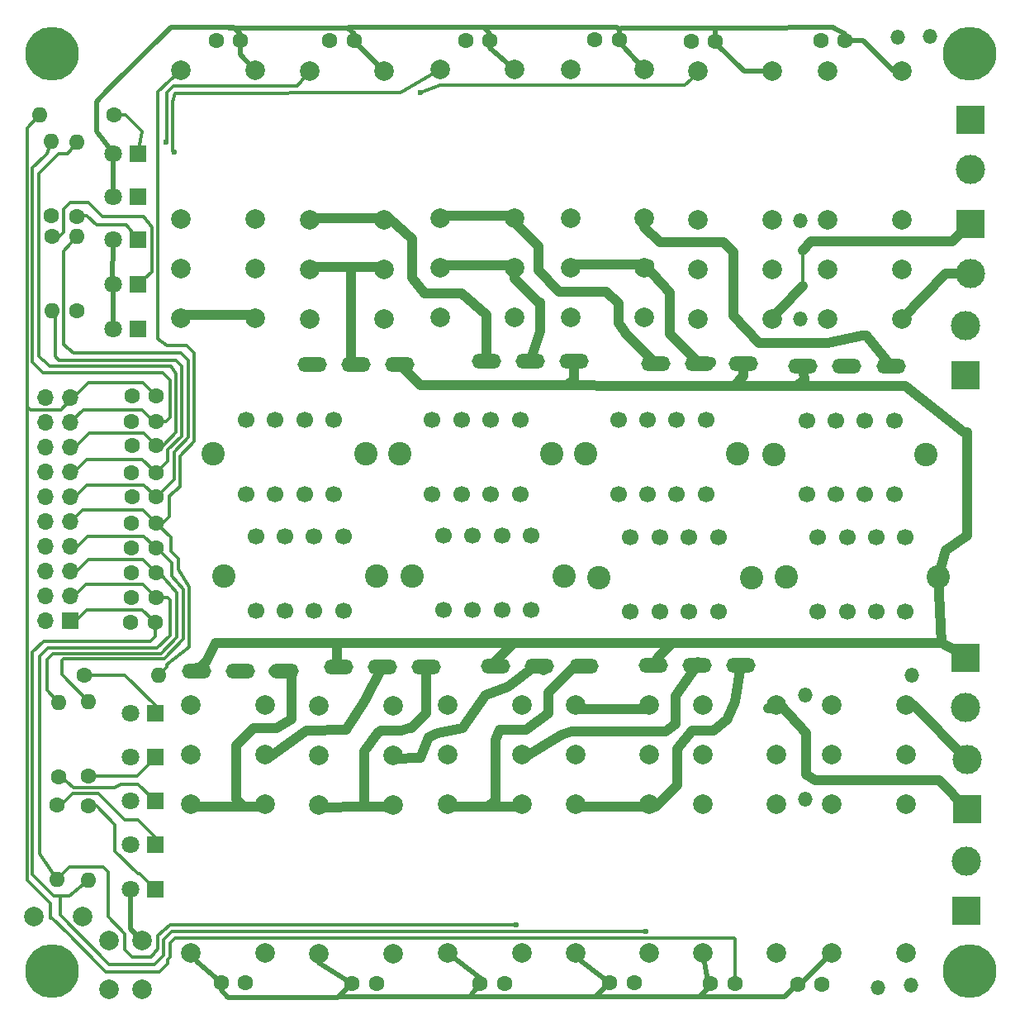
<source format=gbr>
G04 #@! TF.FileFunction,Copper,L2,Bot,Signal*
%FSLAX46Y46*%
G04 Gerber Fmt 4.6, Leading zero omitted, Abs format (unit mm)*
G04 Created by KiCad (PCBNEW 4.0.7) date 10/30/18 22:56:52*
%MOMM*%
%LPD*%
G01*
G04 APERTURE LIST*
%ADD10C,0.100000*%
%ADD11C,1.600000*%
%ADD12O,1.600000X1.600000*%
%ADD13R,1.800000X1.800000*%
%ADD14C,1.800000*%
%ADD15R,3.000000X3.000000*%
%ADD16C,3.000000*%
%ADD17C,5.500000*%
%ADD18O,3.000000X1.500000*%
%ADD19R,1.700000X1.700000*%
%ADD20O,1.700000X1.700000*%
%ADD21C,2.000000*%
%ADD22C,1.700000*%
%ADD23C,2.400000*%
%ADD24O,1.500000X1.500000*%
%ADD25C,0.600000*%
%ADD26C,1.000000*%
%ADD27C,0.350000*%
%ADD28C,0.500000*%
G04 APERTURE END LIST*
D10*
D11*
X53479700Y-129921000D03*
D12*
X53479700Y-137541000D03*
D11*
X81432400Y-51612800D03*
X83932400Y-51612800D03*
X63535560Y-111257080D03*
X61035560Y-111257080D03*
D13*
X63538100Y-129552700D03*
D14*
X60998100Y-129552700D03*
D11*
X52946300Y-71691500D03*
D12*
X52946300Y-79311500D03*
D13*
X63538100Y-138582400D03*
D14*
X60998100Y-138582400D03*
D13*
X63538100Y-133997700D03*
D14*
X60998100Y-133997700D03*
D15*
X146570700Y-114871500D03*
D16*
X146570700Y-119951500D03*
D15*
X147116800Y-70408800D03*
D16*
X147116800Y-75488800D03*
D11*
X112649000Y-148183600D03*
X110149000Y-148183600D03*
X99339400Y-148234400D03*
X96839400Y-148234400D03*
X86207600Y-148209000D03*
X83707600Y-148209000D03*
X72796400Y-148107400D03*
X70296400Y-148107400D03*
X69773800Y-51587400D03*
X72273800Y-51587400D03*
X95351600Y-51612800D03*
X97851600Y-51612800D03*
X108610400Y-51562000D03*
X111110400Y-51562000D03*
X118491000Y-51689000D03*
X120991000Y-51689000D03*
X131876800Y-148310600D03*
X129376800Y-148310600D03*
X59334400Y-59283600D03*
D12*
X51714400Y-59283600D03*
D15*
X147116800Y-59740800D03*
D16*
X147116800Y-64820800D03*
D17*
X147000000Y-53000000D03*
X53000000Y-147000000D03*
D11*
X52920900Y-69596000D03*
D12*
X52920900Y-61976000D03*
D13*
X63538100Y-125031500D03*
D14*
X60998100Y-125031500D03*
D13*
X63512700Y-120535700D03*
D14*
X60972700Y-120535700D03*
D13*
X61800000Y-81200000D03*
D14*
X59260000Y-81200000D03*
D13*
X61800000Y-76600000D03*
D14*
X59260000Y-76600000D03*
D13*
X61800000Y-72000000D03*
D14*
X59260000Y-72000000D03*
D11*
X56667400Y-130048000D03*
D12*
X56667400Y-137668000D03*
D11*
X53644800Y-127025400D03*
D12*
X53644800Y-119405400D03*
D11*
X56730900Y-126949200D03*
D12*
X56730900Y-119329200D03*
D11*
X56273700Y-116624100D03*
D12*
X63893700Y-116624100D03*
D11*
X55525000Y-79325000D03*
D12*
X55525000Y-71705000D03*
D11*
X55475000Y-69625000D03*
D12*
X55475000Y-62005000D03*
D18*
X119329200Y-84734400D03*
X123829200Y-84734400D03*
X114829200Y-84734400D03*
X102000000Y-84500000D03*
X106500000Y-84500000D03*
X97500000Y-84500000D03*
X84100000Y-84800000D03*
X88600000Y-84800000D03*
X79600000Y-84800000D03*
X86817200Y-115824000D03*
X82317200Y-115824000D03*
X91317200Y-115824000D03*
X102950000Y-115750000D03*
X98450000Y-115750000D03*
X107450000Y-115750000D03*
X119100000Y-115600000D03*
X114600000Y-115600000D03*
X123600000Y-115600000D03*
D13*
X61800000Y-67600000D03*
D14*
X59260000Y-67600000D03*
D13*
X61800000Y-63200000D03*
D14*
X59260000Y-63200000D03*
D18*
X72263000Y-116205000D03*
X67763000Y-116205000D03*
X76763000Y-116205000D03*
D15*
X146710400Y-140817600D03*
D16*
X146710400Y-135737600D03*
D15*
X146812000Y-130352800D03*
D16*
X146812000Y-125272800D03*
D15*
X146573240Y-85887560D03*
D16*
X146573240Y-80807560D03*
D18*
X134447280Y-84993480D03*
X129947280Y-84993480D03*
X138947280Y-84993480D03*
D19*
X54864000Y-111061500D03*
D20*
X52324000Y-111061500D03*
X54864000Y-108521500D03*
X52324000Y-108521500D03*
X54864000Y-105981500D03*
X52324000Y-105981500D03*
X54864000Y-103441500D03*
X52324000Y-103441500D03*
X54864000Y-100901500D03*
X52324000Y-100901500D03*
X54864000Y-98361500D03*
X52324000Y-98361500D03*
X54864000Y-95821500D03*
X52324000Y-95821500D03*
X54864000Y-93281500D03*
X52324000Y-93281500D03*
X54864000Y-90741500D03*
X52324000Y-90741500D03*
X54864000Y-88201500D03*
X52324000Y-88201500D03*
D11*
X122961400Y-148259800D03*
X120461400Y-148259800D03*
X131775200Y-51587400D03*
X134275200Y-51587400D03*
X63652400Y-88011000D03*
X61152400Y-88011000D03*
X63601600Y-90627200D03*
X61101600Y-90627200D03*
X63652400Y-93141800D03*
X61152400Y-93141800D03*
X63601600Y-95935800D03*
X61101600Y-95935800D03*
X63652400Y-98399600D03*
X61152400Y-98399600D03*
X63601600Y-101041200D03*
X61101600Y-101041200D03*
X63627000Y-103632000D03*
X61127000Y-103632000D03*
X63627000Y-106146600D03*
X61127000Y-106146600D03*
X63591440Y-108686600D03*
X61091440Y-108686600D03*
D17*
X53000000Y-53000000D03*
D21*
X58790840Y-148859240D03*
X58790840Y-143859240D03*
X62191900Y-148805900D03*
X62191900Y-143805900D03*
X56121300Y-141401800D03*
X51121300Y-141401800D03*
D17*
X147000000Y-147000000D03*
D22*
X93094800Y-109968800D03*
X96094800Y-109968800D03*
X99094800Y-109968800D03*
X102094800Y-109968800D03*
X93094800Y-102365800D03*
X96094800Y-102365800D03*
X99094800Y-102365800D03*
X102094800Y-102365800D03*
D23*
X89840800Y-106476800D03*
X105460800Y-106476800D03*
D22*
X112271800Y-110146600D03*
X115271800Y-110146600D03*
X118271800Y-110146600D03*
X121271800Y-110146600D03*
X112271800Y-102543600D03*
X115271800Y-102543600D03*
X118271800Y-102543600D03*
X121271800Y-102543600D03*
D23*
X109017800Y-106654600D03*
X124637800Y-106654600D03*
D22*
X131461500Y-110108500D03*
X134461500Y-110108500D03*
X137461500Y-110108500D03*
X140461500Y-110108500D03*
X131461500Y-102505500D03*
X134461500Y-102505500D03*
X137461500Y-102505500D03*
X140461500Y-102505500D03*
D23*
X128207500Y-106616500D03*
X143827500Y-106616500D03*
D22*
X73841600Y-110019600D03*
X76841600Y-110019600D03*
X79841600Y-110019600D03*
X82841600Y-110019600D03*
X73841600Y-102416600D03*
X76841600Y-102416600D03*
X79841600Y-102416600D03*
X82841600Y-102416600D03*
D23*
X70587600Y-106527600D03*
X86207600Y-106527600D03*
D22*
X81860400Y-90488000D03*
X78860400Y-90488000D03*
X75860400Y-90488000D03*
X72860400Y-90488000D03*
X81860400Y-98091000D03*
X78860400Y-98091000D03*
X75860400Y-98091000D03*
X72860400Y-98091000D03*
D23*
X85114400Y-93980000D03*
X69494400Y-93980000D03*
D22*
X100946000Y-90508000D03*
X97946000Y-90508000D03*
X94946000Y-90508000D03*
X91946000Y-90508000D03*
X100946000Y-98111000D03*
X97946000Y-98111000D03*
X94946000Y-98111000D03*
X91946000Y-98111000D03*
D23*
X104200000Y-94000000D03*
X88580000Y-94000000D03*
D22*
X120011200Y-90488000D03*
X117011200Y-90488000D03*
X114011200Y-90488000D03*
X111011200Y-90488000D03*
X120011200Y-98091000D03*
X117011200Y-98091000D03*
X114011200Y-98091000D03*
X111011200Y-98091000D03*
D23*
X123265200Y-93980000D03*
X107645200Y-93980000D03*
D22*
X139315200Y-90538800D03*
X136315200Y-90538800D03*
X133315200Y-90538800D03*
X130315200Y-90538800D03*
X139315200Y-98141800D03*
X136315200Y-98141800D03*
X133315200Y-98141800D03*
X130315200Y-98141800D03*
D23*
X142569200Y-94030800D03*
X126949200Y-94030800D03*
D21*
X132900000Y-145100000D03*
X132900000Y-129860000D03*
X132900000Y-119700000D03*
X132900000Y-124780000D03*
X140500000Y-145100000D03*
X140500000Y-124780000D03*
X140500000Y-129860000D03*
X140500000Y-119700000D03*
X119644000Y-145064500D03*
X119644000Y-129824500D03*
X119644000Y-119664500D03*
X119644000Y-124744500D03*
X127244000Y-145064500D03*
X127244000Y-124744500D03*
X127244000Y-129824500D03*
X127244000Y-119664500D03*
X140071000Y-54770000D03*
X140071000Y-70010000D03*
X140071000Y-80170000D03*
X140071000Y-75090000D03*
X132471000Y-54770000D03*
X132471000Y-75090000D03*
X132471000Y-70010000D03*
X132471000Y-80170000D03*
X113700000Y-54600000D03*
X113700000Y-69840000D03*
X113700000Y-80000000D03*
X113700000Y-74920000D03*
X106100000Y-54600000D03*
X106100000Y-74920000D03*
X106100000Y-69840000D03*
X106100000Y-80000000D03*
X100370800Y-54617600D03*
X100370800Y-69857600D03*
X100370800Y-80017600D03*
X100370800Y-74937600D03*
X92770800Y-54617600D03*
X92770800Y-74937600D03*
X92770800Y-69857600D03*
X92770800Y-80017600D03*
X87000000Y-54800000D03*
X87000000Y-70040000D03*
X87000000Y-80200000D03*
X87000000Y-75120000D03*
X79400000Y-54800000D03*
X79400000Y-75120000D03*
X79400000Y-70040000D03*
X79400000Y-80200000D03*
X73800000Y-54700000D03*
X73800000Y-69940000D03*
X73800000Y-80100000D03*
X73800000Y-75020000D03*
X66200000Y-54700000D03*
X66200000Y-75020000D03*
X66200000Y-69940000D03*
X66200000Y-80100000D03*
X67200000Y-145100000D03*
X67200000Y-129860000D03*
X67200000Y-119700000D03*
X67200000Y-124780000D03*
X74800000Y-145100000D03*
X74800000Y-124780000D03*
X74800000Y-129860000D03*
X74800000Y-119700000D03*
X93545500Y-145115300D03*
X93545500Y-129875300D03*
X93545500Y-119715300D03*
X93545500Y-124795300D03*
X101145500Y-145115300D03*
X101145500Y-124795300D03*
X101145500Y-129875300D03*
X101145500Y-119715300D03*
X106613800Y-145115300D03*
X106613800Y-129875300D03*
X106613800Y-119715300D03*
X106613800Y-124795300D03*
X114213800Y-145115300D03*
X114213800Y-124795300D03*
X114213800Y-129875300D03*
X114213800Y-119715300D03*
X80300000Y-145200000D03*
X80300000Y-129960000D03*
X80300000Y-119800000D03*
X80300000Y-124880000D03*
X87900000Y-145200000D03*
X87900000Y-124880000D03*
X87900000Y-129960000D03*
X87900000Y-119800000D03*
X126800000Y-54800000D03*
X126800000Y-70040000D03*
X126800000Y-80200000D03*
X126800000Y-75120000D03*
X119200000Y-54800000D03*
X119200000Y-75120000D03*
X119200000Y-70040000D03*
X119200000Y-80200000D03*
D24*
X130149600Y-118668800D03*
X130149600Y-129336800D03*
X141122400Y-116687600D03*
X129667000Y-70053200D03*
X129667000Y-80137000D03*
X140995400Y-148437600D03*
X137591800Y-148640800D03*
X142951200Y-51206400D03*
X139623800Y-51282600D03*
D25*
X113830100Y-142925800D03*
X100545900Y-142227300D03*
X64668400Y-62026800D03*
X65468500Y-63055500D03*
X90753080Y-56927840D03*
D26*
X101145500Y-125115300D02*
X101304700Y-125115300D01*
X101304700Y-125115300D02*
X105219525Y-122740117D01*
X105219525Y-122740117D02*
X106233500Y-122407500D01*
X116850000Y-118750000D02*
X119100000Y-115600000D01*
X116850000Y-121650000D02*
X116850000Y-118750000D01*
X115888500Y-122407500D02*
X116850000Y-121650000D01*
X106233500Y-122407500D02*
X115888500Y-122407500D01*
X119100000Y-115600000D02*
X118700000Y-115600000D01*
X119206800Y-115728000D02*
X119206800Y-115554400D01*
X119206800Y-115728000D02*
X119206800Y-115325800D01*
X114213800Y-130115300D02*
X106613800Y-130115300D01*
X114213800Y-130115300D02*
X114834700Y-130115300D01*
X114834700Y-130115300D02*
X117050000Y-127900000D01*
X120786500Y-122296000D02*
X122250000Y-121150000D01*
X118586500Y-122296000D02*
X120786500Y-122296000D01*
X117050000Y-124150000D02*
X118586500Y-122296000D01*
X117050000Y-127900000D02*
X117050000Y-124150000D01*
X123600000Y-115600000D02*
X123025000Y-119325000D01*
X122250000Y-121050000D02*
X122250000Y-121150000D01*
X123025000Y-119325000D02*
X122250000Y-121050000D01*
X123706800Y-115728000D02*
X123452800Y-115728000D01*
X102950000Y-115750000D02*
X102500000Y-115750000D01*
X102500000Y-115750000D02*
X99695000Y-117856000D01*
X97409000Y-118681500D02*
X95059500Y-122047000D01*
X99695000Y-117856000D02*
X97409000Y-118681500D01*
X103350000Y-116150000D02*
X102950000Y-115750000D01*
X87900000Y-125200000D02*
X90721200Y-125128000D01*
X91600000Y-123000000D02*
X92506800Y-122580400D01*
X90721200Y-125128000D02*
X91600000Y-123000000D01*
X87900000Y-125200000D02*
X87900000Y-125100800D01*
X92506800Y-122580400D02*
X95059500Y-122047000D01*
X98400000Y-126730000D02*
X98400000Y-129400000D01*
X98400000Y-129400000D02*
X97684700Y-130115300D01*
X101145500Y-130115300D02*
X97684700Y-130115300D01*
X97684700Y-130115300D02*
X93545500Y-130115300D01*
X107450000Y-115750000D02*
X106540000Y-115750000D01*
X106540000Y-115750000D02*
X103830000Y-118460000D01*
X98400000Y-123280000D02*
X98400000Y-126730000D01*
X98893000Y-122279000D02*
X98400000Y-123280000D01*
X101573000Y-122279000D02*
X98893000Y-122279000D01*
X103830000Y-120530000D02*
X101573000Y-122279000D01*
X103830000Y-118460000D02*
X103830000Y-120530000D01*
X101145500Y-129475500D02*
X101145500Y-130115300D01*
X101145500Y-130115300D02*
X101145500Y-129354500D01*
X107450000Y-115750000D02*
X106850000Y-115750000D01*
X74800000Y-125100000D02*
X75168160Y-125100000D01*
X75168160Y-125100000D02*
X79057500Y-122364500D01*
X79057500Y-122364500D02*
X83146000Y-122219000D01*
X83146000Y-122219000D02*
X85000000Y-119400000D01*
X85000000Y-119400000D02*
X86817200Y-115824000D01*
X86487000Y-122453400D02*
X86438600Y-122453400D01*
X85000000Y-124400000D02*
X85000000Y-130145000D01*
X86438600Y-122453400D02*
X85000000Y-124400000D01*
X91317200Y-115824000D02*
X91317200Y-120527200D01*
X86639400Y-122301000D02*
X86487000Y-122453400D01*
X88773000Y-122301000D02*
X86639400Y-122301000D01*
X89552000Y-122030000D02*
X88773000Y-122301000D01*
X89814400Y-122030000D02*
X89552000Y-122030000D01*
X91317200Y-120527200D02*
X89814400Y-122030000D01*
X87900000Y-130200000D02*
X86360000Y-130128000D01*
X86360000Y-130128000D02*
X85000000Y-130145000D01*
X85000000Y-130145000D02*
X80300000Y-130200000D01*
X71882000Y-124142500D02*
X71882000Y-123825000D01*
X77509760Y-121130940D02*
X77509760Y-116042440D01*
X76009500Y-122047000D02*
X77509760Y-121130940D01*
X73660000Y-122047000D02*
X76009500Y-122047000D01*
X71882000Y-123825000D02*
X73660000Y-122047000D01*
X71882000Y-126449920D02*
X71882000Y-129382000D01*
X71882000Y-129382000D02*
X72600000Y-130100000D01*
X71882000Y-126449920D02*
X71882000Y-126449920D01*
X74800000Y-130100000D02*
X72600000Y-130100000D01*
X72600000Y-130100000D02*
X67200000Y-130100000D01*
X77509760Y-116042440D02*
X75615800Y-116205000D01*
X71882000Y-124142500D02*
X71882000Y-126449920D01*
X83600000Y-74800000D02*
X83600000Y-84300000D01*
X83600000Y-84300000D02*
X84100000Y-84800000D01*
X87000000Y-74800000D02*
X83600000Y-74800000D01*
X83600000Y-74800000D02*
X79400000Y-74800000D01*
X87000000Y-74800000D02*
X87000000Y-75097000D01*
X92770800Y-74617600D02*
X100370800Y-74617600D01*
X100370800Y-74617600D02*
X100370800Y-75986800D01*
X102870000Y-78486000D02*
X103016000Y-78486000D01*
X103016000Y-78632000D02*
X102870000Y-78486000D01*
X100370800Y-75986800D02*
X103016000Y-78632000D01*
X103016000Y-78486000D02*
X103016000Y-81416000D01*
X103016000Y-81416000D02*
X102000000Y-84500000D01*
X100370800Y-74617600D02*
X100817600Y-74617600D01*
X100370800Y-74617600D02*
X100606840Y-74617600D01*
X102000000Y-84500000D02*
X101431040Y-84500000D01*
X100370800Y-74617600D02*
X100424000Y-74617600D01*
X97500000Y-84500000D02*
X97500000Y-79720000D01*
X91186000Y-77533500D02*
X89916000Y-75946000D01*
X94996000Y-77533500D02*
X91186000Y-77533500D01*
X87488800Y-69800000D02*
X89916000Y-71958200D01*
X89916000Y-75946000D02*
X89916000Y-71958200D01*
X97500000Y-79720000D02*
X94996000Y-77533500D01*
X87000000Y-69800000D02*
X79400000Y-69800000D01*
X87000000Y-69800000D02*
X87488800Y-69800000D01*
X116293740Y-77423144D02*
X116293740Y-81698940D01*
X113700000Y-74610300D02*
X116293740Y-77423144D01*
X116293740Y-81698940D02*
X119329200Y-84734400D01*
X106100000Y-74600000D02*
X113700000Y-74600000D01*
X113700000Y-74600000D02*
X113700000Y-74610300D01*
X120535700Y-84683600D02*
X120535700Y-84582000D01*
X113700000Y-74600000D02*
X114169760Y-74600000D01*
X111719885Y-81542730D02*
X111719885Y-81625085D01*
X111719885Y-81625085D02*
X114829200Y-84734400D01*
X114400000Y-84700000D02*
X114829200Y-84734400D01*
X100370800Y-69617600D02*
X92770800Y-69617600D01*
X102057500Y-71932500D02*
X102870000Y-72745000D01*
X102870000Y-72745000D02*
X102870000Y-73152000D01*
X102870000Y-73152000D02*
X102870000Y-75184000D01*
X109791500Y-77406500D02*
X111036100Y-78524100D01*
X104965500Y-77406500D02*
X109791500Y-77406500D01*
X102870000Y-75184000D02*
X104965500Y-77406500D01*
X100370800Y-69617600D02*
X100370800Y-70245800D01*
X100370800Y-70245800D02*
X102057500Y-71932500D01*
X111036100Y-78524100D02*
X111036100Y-80543400D01*
X111036100Y-80543400D02*
X111719885Y-81542730D01*
X111719885Y-81542730D02*
X111786839Y-81640581D01*
X100370800Y-69617600D02*
X100448100Y-69617600D01*
X100370800Y-69617600D02*
X100370800Y-69519640D01*
X100370800Y-69617600D02*
X100370800Y-69979700D01*
X100370800Y-69617600D02*
X100402400Y-69617600D01*
X73800000Y-79700000D02*
X66200000Y-79700000D01*
X126800000Y-80200000D02*
X127521200Y-79209400D01*
X127521200Y-79209400D02*
X129946400Y-76784200D01*
D27*
X129946400Y-76784200D02*
X129946400Y-73101200D01*
D26*
X129946400Y-73101200D02*
X130810000Y-72237600D01*
X130810000Y-72237600D02*
X145288000Y-72237600D01*
X145288000Y-72237600D02*
X147116800Y-70408800D01*
X126800000Y-79800000D02*
X126923000Y-79800000D01*
D27*
X64368690Y-145368690D02*
X64368690Y-143731310D01*
X66800000Y-142900000D02*
X66800000Y-142925800D01*
X65200000Y-142900000D02*
X66800000Y-142900000D01*
X64368690Y-143731310D02*
X65200000Y-142900000D01*
X53771800Y-139255500D02*
X53771800Y-141224000D01*
X63458780Y-146278600D02*
X64368690Y-145368690D01*
X58826400Y-146278600D02*
X63458780Y-146278600D01*
X53771800Y-141224000D02*
X58826400Y-146278600D01*
X66800000Y-142925800D02*
X113830100Y-142925800D01*
X63535560Y-111257080D02*
X63535560Y-112638840D01*
X54724300Y-139255500D02*
X56667400Y-137668000D01*
X53098700Y-139255500D02*
X53771800Y-139255500D01*
X53771800Y-139255500D02*
X54724300Y-139255500D01*
X50969002Y-137024202D02*
X53098700Y-139255500D01*
X50969002Y-114308798D02*
X50969002Y-137024202D01*
X52120800Y-113157000D02*
X50969002Y-114308798D01*
X63017400Y-113157000D02*
X52120800Y-113157000D01*
X63535560Y-112638840D02*
X63017400Y-113157000D01*
X54864000Y-111061500D02*
X55377080Y-111061500D01*
X55377080Y-111061500D02*
X56494680Y-109943900D01*
X56494680Y-109943900D02*
X62222380Y-109943900D01*
X62222380Y-109943900D02*
X63535560Y-111257080D01*
X65227200Y-142240000D02*
X65049400Y-142240000D01*
X58699400Y-140081000D02*
X58750200Y-140081000D01*
X58699400Y-141401800D02*
X58699400Y-140081000D01*
X60413900Y-143116300D02*
X58699400Y-141401800D01*
X60413900Y-144754600D02*
X60413900Y-143116300D01*
X61175900Y-145516600D02*
X60413900Y-144754600D01*
X63119000Y-145516600D02*
X61175900Y-145516600D01*
X63800000Y-144665700D02*
X63119000Y-145516600D01*
X63800000Y-143319500D02*
X63800000Y-144665700D01*
X65049400Y-142240000D02*
X63800000Y-143319500D01*
X53479700Y-137541000D02*
X53492400Y-137541000D01*
X53492400Y-137541000D02*
X54749700Y-136283700D01*
X54749700Y-136283700D02*
X58254900Y-136283700D01*
X58254900Y-136283700D02*
X58750200Y-136779000D01*
X58750200Y-136779000D02*
X58750200Y-140081000D01*
X100533200Y-142240000D02*
X100545900Y-142227300D01*
X65227200Y-142240000D02*
X100533200Y-142240000D01*
X63591440Y-108686600D02*
X64795400Y-108686600D01*
X51663600Y-134975600D02*
X53479700Y-137541000D01*
X51663600Y-114681000D02*
X51663600Y-134975600D01*
X52501800Y-113842800D02*
X51663600Y-114681000D01*
X63741300Y-113842800D02*
X52501800Y-113842800D01*
X65036700Y-112547400D02*
X63741300Y-113842800D01*
X65036700Y-108927900D02*
X65036700Y-112547400D01*
X64795400Y-108686600D02*
X65036700Y-108927900D01*
X54864000Y-108521500D02*
X55262780Y-108521500D01*
X55262780Y-108521500D02*
X56410860Y-107373420D01*
X56410860Y-107373420D02*
X62278260Y-107373420D01*
X62278260Y-107373420D02*
X63591440Y-108686600D01*
X63591440Y-108686600D02*
X63982600Y-108686600D01*
X63627000Y-106146600D02*
X63969900Y-106146600D01*
X63969900Y-106146600D02*
X65722500Y-108165900D01*
X52425600Y-118186200D02*
X53644800Y-119405400D01*
X52425600Y-115062000D02*
X52425600Y-118186200D01*
X53073300Y-114414300D02*
X52425600Y-115062000D01*
X64160400Y-114414300D02*
X53073300Y-114414300D01*
X65722500Y-112737900D02*
X64160400Y-114414300D01*
X65722500Y-108165900D02*
X65722500Y-112737900D01*
X54864000Y-105981500D02*
X55511700Y-105981500D01*
X55511700Y-105981500D02*
X56662320Y-104830880D01*
X56662320Y-104830880D02*
X62311280Y-104830880D01*
X62311280Y-104830880D02*
X63627000Y-106146600D01*
X63627000Y-106146600D02*
X64046100Y-106146600D01*
X63627000Y-103632000D02*
X63715900Y-103632000D01*
X63715900Y-103632000D02*
X65239900Y-105156000D01*
X53949600Y-116547900D02*
X56730900Y-119329200D01*
X53949600Y-115163600D02*
X53949600Y-116547900D01*
X54140100Y-114973100D02*
X53949600Y-115163600D01*
X64516000Y-114973100D02*
X54140100Y-114973100D01*
X66400000Y-112966500D02*
X64516000Y-114973100D01*
X66400000Y-107810300D02*
X66400000Y-112966500D01*
X65239900Y-106527600D02*
X66400000Y-107810300D01*
X65239900Y-105156000D02*
X65239900Y-106527600D01*
X54864000Y-103441500D02*
X55592980Y-103441500D01*
X55592980Y-103441500D02*
X56634380Y-102400100D01*
X56634380Y-102400100D02*
X62395100Y-102400100D01*
X62395100Y-102400100D02*
X63627000Y-103632000D01*
X63601600Y-101041200D02*
X63652400Y-101041200D01*
X63652400Y-101041200D02*
X65151000Y-102539800D01*
X64714304Y-115803496D02*
X63893700Y-116624100D01*
X64714304Y-115557300D02*
X64714304Y-115803496D01*
X67000000Y-113799002D02*
X64714304Y-115557300D01*
X67000000Y-107576002D02*
X67000000Y-113799002D01*
X65938400Y-105841800D02*
X67000000Y-107576002D01*
X65938400Y-104711500D02*
X65938400Y-105841800D01*
X65151000Y-103924100D02*
X65938400Y-104711500D01*
X65151000Y-102539800D02*
X65151000Y-103924100D01*
X63601600Y-101041200D02*
X64312800Y-101041200D01*
X64312800Y-101041200D02*
X64998600Y-100355400D01*
X63782600Y-56837400D02*
X66200000Y-54700000D01*
X63782600Y-82169000D02*
X63782600Y-56837400D01*
X64693800Y-82880200D02*
X63782600Y-82169000D01*
X66776600Y-82880200D02*
X64693800Y-82880200D01*
X67538600Y-83642200D02*
X66776600Y-82880200D01*
X67538600Y-92659200D02*
X67538600Y-83642200D01*
X66128900Y-94234000D02*
X67538600Y-92659200D01*
X66128900Y-97307400D02*
X66128900Y-94234000D01*
X64998600Y-98272600D02*
X66128900Y-97307400D01*
X64998600Y-100355400D02*
X64998600Y-98272600D01*
X54864000Y-100901500D02*
X54919880Y-100901500D01*
X54919880Y-100901500D02*
X56075580Y-99745800D01*
X56075580Y-99745800D02*
X62306200Y-99745800D01*
X62306200Y-99745800D02*
X63601600Y-101041200D01*
X63601600Y-101041200D02*
X64211200Y-101041200D01*
X78084500Y-56324500D02*
X79400000Y-54800000D01*
X65417700Y-56324500D02*
X78084500Y-56324500D01*
X64744600Y-56997600D02*
X65417700Y-56324500D01*
X64744600Y-61950600D02*
X64744600Y-56997600D01*
X64668400Y-62026800D02*
X64744600Y-61950600D01*
X63652400Y-98399600D02*
X63690500Y-98399600D01*
X63690500Y-98399600D02*
X65468500Y-96621600D01*
X54155600Y-73254400D02*
X55525000Y-71705000D01*
X54155600Y-82741300D02*
X54155600Y-73254400D01*
X55130700Y-83591400D02*
X54155600Y-82741300D01*
X66179700Y-83591400D02*
X55130700Y-83591400D01*
X66941700Y-84353400D02*
X66179700Y-83591400D01*
X66941700Y-92278200D02*
X66941700Y-84353400D01*
X65468500Y-93751400D02*
X66941700Y-92278200D01*
X65468500Y-96621600D02*
X65468500Y-93751400D01*
X63652400Y-98399600D02*
X63804800Y-98399600D01*
X54864000Y-98361500D02*
X55336440Y-98361500D01*
X55336440Y-98361500D02*
X56550560Y-97147380D01*
X56550560Y-97147380D02*
X62400180Y-97147380D01*
X62400180Y-97147380D02*
X63652400Y-98399600D01*
X63652400Y-98399600D02*
X63652400Y-98348800D01*
X88696800Y-56997600D02*
X92770800Y-54617600D01*
X65608200Y-57035700D02*
X88696800Y-56997600D01*
X65357404Y-57863325D02*
X65608200Y-57035700D01*
X65354200Y-62941200D02*
X65357404Y-57863325D01*
X65468500Y-63055500D02*
X65354200Y-62941200D01*
X63601600Y-95935800D02*
X63627000Y-95935800D01*
X63627000Y-95935800D02*
X64846200Y-94716600D01*
X53301900Y-84010500D02*
X53301900Y-79667100D01*
X53682900Y-84391500D02*
X53301900Y-84010500D01*
X65684400Y-84391500D02*
X53682900Y-84391500D01*
X66255900Y-84963000D02*
X65684400Y-84391500D01*
X66255900Y-92163900D02*
X66255900Y-84963000D01*
X64846200Y-93573600D02*
X66255900Y-92163900D01*
X64846200Y-94716600D02*
X64846200Y-93573600D01*
X53301900Y-79667100D02*
X52946300Y-79311500D01*
X63601600Y-95935800D02*
X63957200Y-95935800D01*
X54864000Y-95821500D02*
X55222140Y-95821500D01*
X55222140Y-95821500D02*
X56522620Y-94521020D01*
X56522620Y-94521020D02*
X62186820Y-94521020D01*
X62186820Y-94521020D02*
X63601600Y-95935800D01*
X52146200Y-84429600D02*
X52019200Y-84429600D01*
X54571900Y-63207900D02*
X55475000Y-62005000D01*
X53606700Y-63207900D02*
X54571900Y-63207900D01*
X51587400Y-65227200D02*
X53606700Y-63207900D01*
X51587400Y-83997800D02*
X51587400Y-65227200D01*
X52019200Y-84429600D02*
X51587400Y-83997800D01*
X63652400Y-93141800D02*
X64389000Y-93141800D01*
X64389000Y-93141800D02*
X65659000Y-91719400D01*
X52730400Y-85013800D02*
X52146200Y-84429600D01*
X65125600Y-85013800D02*
X52730400Y-85013800D01*
X65659000Y-85750400D02*
X65125600Y-85013800D01*
X65659000Y-91719400D02*
X65659000Y-85750400D01*
X54864000Y-93281500D02*
X55331360Y-93281500D01*
X55331360Y-93281500D02*
X56774080Y-91838780D01*
X56774080Y-91838780D02*
X62349380Y-91838780D01*
X62349380Y-91838780D02*
X63652400Y-93141800D01*
D28*
X120991000Y-51689000D02*
X120991000Y-50317400D01*
X121031000Y-50495200D02*
X121031000Y-50317400D01*
X121031000Y-50357400D02*
X121031000Y-50495200D01*
X120991000Y-50317400D02*
X121031000Y-50357400D01*
X134275200Y-51587400D02*
X136093200Y-51587400D01*
X136093200Y-51587400D02*
X139275800Y-54770000D01*
X139275800Y-54770000D02*
X140071000Y-54770000D01*
X120991000Y-51689000D02*
X120991000Y-51903000D01*
X120991000Y-51903000D02*
X123888000Y-54800000D01*
X123888000Y-54800000D02*
X126800000Y-54800000D01*
X134275200Y-51587400D02*
X134275200Y-51674400D01*
X134275200Y-51587400D02*
X134275200Y-50912400D01*
X134275200Y-50912400D02*
X132943600Y-50292000D01*
X123825000Y-50317400D02*
X121031000Y-50317400D01*
X132943600Y-50292000D02*
X123825000Y-50317400D01*
X121031000Y-50317400D02*
X111299000Y-50317400D01*
X111299000Y-50317400D02*
X111110400Y-50506000D01*
X72273800Y-50963200D02*
X71551800Y-50241200D01*
X71551800Y-50241200D02*
X71069200Y-50241200D01*
X60998100Y-138582400D02*
X60998100Y-142612100D01*
X60998100Y-142612100D02*
X62191900Y-143805900D01*
X59260000Y-76600000D02*
X59260000Y-81200000D01*
X59260000Y-72000000D02*
X59183800Y-76523800D01*
X59183800Y-76523800D02*
X59260000Y-76600000D01*
X129376800Y-148310600D02*
X129311400Y-148310600D01*
X129311400Y-148310600D02*
X128066800Y-149555200D01*
X128066800Y-149555200D02*
X119380000Y-149555200D01*
X120461400Y-148259800D02*
X120461400Y-148473800D01*
X120461400Y-148473800D02*
X119380000Y-149555200D01*
X119380000Y-149555200D02*
X108712000Y-149555200D01*
X110149000Y-148183600D02*
X110083600Y-148183600D01*
X110083600Y-148183600D02*
X108712000Y-149555200D01*
X95453200Y-149555200D02*
X95453200Y-149575200D01*
X108712000Y-149555200D02*
X95453200Y-149555200D01*
X82341400Y-149575200D02*
X95453200Y-149575200D01*
X95453200Y-149575200D02*
X95828800Y-149575200D01*
X95828800Y-149575200D02*
X96839400Y-148234400D01*
X70296400Y-148107400D02*
X70296400Y-148934800D01*
X82285200Y-149631400D02*
X82341400Y-149575200D01*
X82341400Y-149575200D02*
X83707600Y-148209000D01*
X70993000Y-149631400D02*
X82285200Y-149631400D01*
X70296400Y-148934800D02*
X70993000Y-149631400D01*
X111110400Y-51562000D02*
X111110400Y-50506000D01*
X97851600Y-51612800D02*
X97851600Y-50912400D01*
X97851600Y-50912400D02*
X97231200Y-50292000D01*
X83932400Y-51612800D02*
X83932400Y-50988600D01*
X83932400Y-50988600D02*
X83286600Y-50342800D01*
X72273800Y-51587400D02*
X72273800Y-50963200D01*
X59254920Y-71994920D02*
X59260000Y-72000000D01*
X59260000Y-67600000D02*
X59204120Y-63255880D01*
X59204120Y-63255880D02*
X59260000Y-63200000D01*
X73800000Y-54700000D02*
X73800000Y-55413600D01*
X57505600Y-60909200D02*
X59260000Y-63113640D01*
X57505600Y-57912000D02*
X57505600Y-60909200D01*
X59260000Y-63113640D02*
X59260000Y-63200000D01*
X80300000Y-145200000D02*
X79723600Y-145200000D01*
X93545500Y-145115300D02*
X93375500Y-145115300D01*
X106613800Y-145115300D02*
X106613800Y-144980500D01*
X119644000Y-145064500D02*
X119644000Y-144878900D01*
X73800000Y-54700000D02*
X73800000Y-54834800D01*
X87000000Y-54800000D02*
X87000000Y-55011000D01*
X100370800Y-54617600D02*
X100370800Y-54701600D01*
X72273800Y-51587400D02*
X72261100Y-53076300D01*
X72261100Y-53076300D02*
X73800000Y-54700000D01*
X83932400Y-51612800D02*
X83932400Y-51742800D01*
X83932400Y-51742800D02*
X87000000Y-54800000D01*
X97851600Y-51612800D02*
X97851600Y-52403200D01*
X97851600Y-52403200D02*
X100370800Y-54617600D01*
X111110400Y-51562000D02*
X111110400Y-51798680D01*
X111110400Y-51798680D02*
X113700000Y-54600000D01*
X120991000Y-51689000D02*
X120991000Y-51966320D01*
X67200000Y-145100000D02*
X67838160Y-146030160D01*
X67838160Y-146030160D02*
X70296400Y-148107400D01*
X80300000Y-145200000D02*
X80300000Y-146092000D01*
X80300000Y-146092000D02*
X83707600Y-148209000D01*
X96839400Y-148234400D02*
X96839400Y-147596400D01*
X96839400Y-147596400D02*
X93545500Y-145115300D01*
X106613800Y-145115300D02*
X106613800Y-145499300D01*
X106613800Y-145499300D02*
X110149000Y-148183600D01*
X119644000Y-145064500D02*
X120177400Y-147975800D01*
X120177400Y-147975800D02*
X120461400Y-148259800D01*
X129376800Y-148310600D02*
X129694800Y-148310600D01*
X129694800Y-148310600D02*
X132900000Y-145100000D01*
D27*
X59310800Y-71949200D02*
X59260000Y-72000000D01*
D28*
X61035560Y-111257080D02*
X61020960Y-111257080D01*
D27*
X59326040Y-67640640D02*
X59219360Y-67640640D01*
D28*
X110896400Y-50292000D02*
X97231200Y-50292000D01*
X111110400Y-50506000D02*
X110896400Y-50292000D01*
X83337400Y-50292000D02*
X83286600Y-50342800D01*
X97231200Y-50292000D02*
X83337400Y-50292000D01*
X71069200Y-50342800D02*
X71069200Y-50241200D01*
X83286600Y-50342800D02*
X71069200Y-50342800D01*
X65176400Y-50241200D02*
X58674000Y-56743600D01*
X71069200Y-50241200D02*
X65176400Y-50241200D01*
X58674000Y-56743600D02*
X57505600Y-57912000D01*
D26*
X147116800Y-75488800D02*
X144611200Y-75488800D01*
X144611200Y-75488800D02*
X140071000Y-80170000D01*
D27*
X56667400Y-130048000D02*
X57505600Y-130048000D01*
X61912500Y-136956800D02*
X63538100Y-138582400D01*
X61734700Y-136956800D02*
X61912500Y-136956800D01*
X59436000Y-134658100D02*
X61734700Y-136956800D01*
X59436000Y-131978400D02*
X59436000Y-134658100D01*
X57505600Y-130048000D02*
X59436000Y-131978400D01*
X53479700Y-129921000D02*
X53886100Y-129921000D01*
X53886100Y-129921000D02*
X55041800Y-128765300D01*
X55041800Y-128765300D02*
X57696100Y-128765300D01*
X57696100Y-128765300D02*
X60426600Y-131495800D01*
X60426600Y-131495800D02*
X61798200Y-131495800D01*
X61798200Y-131495800D02*
X63538100Y-133235700D01*
X63538100Y-133235700D02*
X63538100Y-133997700D01*
X53644800Y-127025400D02*
X53924200Y-127025400D01*
X53924200Y-127025400D02*
X55194200Y-128206500D01*
X55194200Y-128206500D02*
X59296300Y-128206500D01*
X59296300Y-128206500D02*
X60071000Y-127800100D01*
X60071000Y-127800100D02*
X61785500Y-127800100D01*
X61785500Y-127800100D02*
X63538100Y-129552700D01*
X56730900Y-126949200D02*
X61683900Y-126949200D01*
X61683900Y-126949200D02*
X63538100Y-125095000D01*
X63538100Y-125095000D02*
X63538100Y-125031500D01*
X56273700Y-116624100D02*
X60401200Y-116624100D01*
X60401200Y-116624100D02*
X63512700Y-119735600D01*
X63512700Y-119735600D02*
X63512700Y-120535700D01*
X52946300Y-71691500D02*
X53721000Y-71691500D01*
X53721000Y-71691500D02*
X54178200Y-71234300D01*
X63232598Y-75332682D02*
X61800000Y-76600000D01*
X63232598Y-70735098D02*
X63232598Y-75332682D01*
X62357000Y-69659500D02*
X63232598Y-70735098D01*
X58153300Y-69659500D02*
X62357000Y-69659500D01*
X56705500Y-68211700D02*
X58153300Y-69659500D01*
X54825900Y-68211700D02*
X56705500Y-68211700D01*
X54178200Y-68859400D02*
X54825900Y-68211700D01*
X54178200Y-71234300D02*
X54178200Y-68859400D01*
X55475000Y-69625000D02*
X56540400Y-69545200D01*
X60568840Y-70510400D02*
X61800000Y-72000000D01*
X57505600Y-70510400D02*
X60568840Y-70510400D01*
X56540400Y-69545200D02*
X57505600Y-70510400D01*
X61800000Y-72000000D02*
X62485800Y-72000000D01*
X66700000Y-143611600D02*
X65588400Y-143611600D01*
X50419000Y-137642600D02*
X52832000Y-140055600D01*
X50419000Y-133527800D02*
X50419000Y-88658700D01*
X52832000Y-140055600D02*
X52832000Y-141566900D01*
X50419000Y-133527800D02*
X50419000Y-137642600D01*
X58470800Y-147040600D02*
X57607200Y-146177000D01*
X63474600Y-147040600D02*
X58470800Y-147040600D01*
X54533800Y-143103600D02*
X57607200Y-146177000D01*
X52997100Y-141566900D02*
X54533800Y-143103600D01*
X52832000Y-141566900D02*
X52997100Y-141566900D01*
X63959400Y-147040600D02*
X63474600Y-147040600D01*
X64800000Y-146200000D02*
X63959400Y-147040600D01*
X64800000Y-145800000D02*
X64800000Y-146200000D01*
X65100000Y-145500000D02*
X64800000Y-145800000D01*
X65100000Y-144100000D02*
X65100000Y-145500000D01*
X65588400Y-143611600D02*
X65100000Y-144100000D01*
X122961400Y-143700500D02*
X122961400Y-148259800D01*
X122872500Y-143611600D02*
X122961400Y-143700500D01*
X66573400Y-143611600D02*
X66700000Y-143611600D01*
X66700000Y-143611600D02*
X122872500Y-143611600D01*
X54864000Y-88201500D02*
X54864000Y-88493600D01*
X54864000Y-88493600D02*
X53898800Y-89458800D01*
X53898800Y-89458800D02*
X50774600Y-89458800D01*
X50774600Y-89458800D02*
X50419000Y-89103200D01*
X50419000Y-89103200D02*
X50419000Y-88658700D01*
X50419000Y-60579000D02*
X51714400Y-59283600D01*
X50419000Y-88658700D02*
X50419000Y-60579000D01*
X54864000Y-88201500D02*
X54810660Y-88201500D01*
X54864000Y-88201500D02*
X55130700Y-88201500D01*
X55130700Y-88201500D02*
X56690260Y-86641940D01*
X62283340Y-86641940D02*
X63652400Y-88011000D01*
X56690260Y-86641940D02*
X62283340Y-86641940D01*
X132471000Y-54770000D02*
X132471000Y-55400100D01*
X117767100Y-56235600D02*
X117792500Y-56210200D01*
X92798900Y-56235600D02*
X117767100Y-56235600D01*
X90753080Y-56927840D02*
X92798900Y-56235600D01*
X117792500Y-56210200D02*
X119200000Y-55023700D01*
X119200000Y-55023700D02*
X119200000Y-54800000D01*
X52920900Y-61976000D02*
X52438300Y-63233300D01*
X64643000Y-90627200D02*
X65074800Y-90195400D01*
X65074800Y-90195400D02*
X65074800Y-86410800D01*
X65074800Y-86410800D02*
X64287400Y-85623400D01*
X64287400Y-85623400D02*
X52019200Y-85623400D01*
X52019200Y-85623400D02*
X50969002Y-84573202D01*
X50969002Y-84573202D02*
X50969002Y-64702598D01*
X50969002Y-64702598D02*
X52171600Y-63500000D01*
X64643000Y-90627200D02*
X63601600Y-90627200D01*
X52438300Y-63233300D02*
X52171600Y-63500000D01*
X63601600Y-90627200D02*
X63385700Y-90627200D01*
X63385700Y-90627200D02*
X62194440Y-89435940D01*
X56169560Y-89435940D02*
X54864000Y-90741500D01*
X62194440Y-89435940D02*
X56169560Y-89435940D01*
X61800000Y-67600000D02*
X62018440Y-67600000D01*
X59334400Y-59283600D02*
X60528200Y-59283600D01*
X62194440Y-60949840D02*
X61800000Y-63200000D01*
X60528200Y-59283600D02*
X62194440Y-60949840D01*
X61916840Y-63200000D02*
X61800000Y-63200000D01*
D26*
X143827500Y-106616500D02*
X144604731Y-103869951D01*
X144604731Y-103869951D02*
X146801840Y-102311200D01*
X123829200Y-84734400D02*
X123829200Y-86025600D01*
X123829200Y-86025600D02*
X122859800Y-86995000D01*
X129947280Y-84993480D02*
X130069200Y-86300700D01*
X130069200Y-86300700D02*
X129374900Y-86995000D01*
X123829200Y-84734400D02*
X123929200Y-84734400D01*
X106500000Y-84500000D02*
X106500000Y-86300000D01*
X106500000Y-86300000D02*
X105831205Y-86968795D01*
X114600000Y-115600000D02*
X115150000Y-114800000D01*
X115150000Y-114800000D02*
X116589800Y-113360200D01*
X106613800Y-125115300D02*
X106613800Y-124936200D01*
X114600000Y-115600000D02*
X113850000Y-115650000D01*
X100279200Y-113360200D02*
X116589800Y-113360200D01*
X116589800Y-113360200D02*
X119761000Y-113360200D01*
X119761000Y-113360200D02*
X144157700Y-113360200D01*
X146801840Y-91782900D02*
X146433540Y-91782900D01*
X130632200Y-86995000D02*
X129374900Y-86995000D01*
X131533900Y-86995000D02*
X130632200Y-86995000D01*
X135191500Y-86995000D02*
X131533900Y-86995000D01*
X135191500Y-86995000D02*
X140385800Y-86995000D01*
X146801840Y-102311200D02*
X146801840Y-91782900D01*
X146433540Y-91782900D02*
X140385800Y-86995000D01*
X143827500Y-106616500D02*
X143958700Y-106616500D01*
X106500000Y-84500000D02*
X106500000Y-84872500D01*
X90700000Y-86900000D02*
X88600000Y-84800000D01*
X105831205Y-86968795D02*
X90700000Y-86900000D01*
X111595000Y-86995000D02*
X105831205Y-86968795D01*
X115379500Y-86995000D02*
X111595000Y-86995000D01*
X122859800Y-86995000D02*
X115379500Y-86995000D01*
X129374900Y-86995000D02*
X128695000Y-86995000D01*
X128695000Y-86995000D02*
X122859800Y-86995000D01*
X100279200Y-113360200D02*
X98174800Y-115474800D01*
X98174800Y-115474800D02*
X98450000Y-115750000D01*
X82143600Y-113360200D02*
X82143600Y-115650400D01*
X82143600Y-115650400D02*
X82317200Y-115824000D01*
X67763000Y-116205000D02*
X68827854Y-115215690D01*
X69761100Y-113360200D02*
X82143600Y-113360200D01*
X82143600Y-113360200D02*
X100279200Y-113360200D01*
X68827854Y-115215690D02*
X69761100Y-113360200D01*
X146380200Y-114249200D02*
X146939000Y-114808000D01*
X67763000Y-116205000D02*
X67763000Y-115879000D01*
X97666800Y-115750000D02*
X98450000Y-115750000D01*
X143827500Y-106616500D02*
X144157700Y-113360200D01*
X144157700Y-113360200D02*
X146939000Y-114808000D01*
X127244000Y-119664500D02*
X127640100Y-119664500D01*
X127640100Y-119664500D02*
X130271520Y-122615960D01*
X130271520Y-122615960D02*
X130271520Y-126832360D01*
X130271520Y-126832360D02*
X131165600Y-127406400D01*
X131165600Y-127406400D02*
X143865600Y-127406400D01*
X143865600Y-127406400D02*
X146812000Y-130352800D01*
X127244000Y-120064500D02*
X127115600Y-120064500D01*
X127244000Y-120064500D02*
X126404400Y-120064500D01*
X140500000Y-119700000D02*
X141239200Y-119700000D01*
X141239200Y-119700000D02*
X146812000Y-125272800D01*
X146573240Y-85887560D02*
X146573240Y-86395560D01*
X113700000Y-70761300D02*
X115252500Y-72313800D01*
X136403080Y-81892140D02*
X138947280Y-84993480D01*
X136055980Y-81892140D02*
X136403080Y-81892140D01*
X132450840Y-82610960D02*
X136055980Y-81892140D01*
X125402340Y-82610960D02*
X132450840Y-82610960D01*
X122834400Y-79819500D02*
X125402340Y-82610960D01*
X122834400Y-73342500D02*
X122834400Y-79819500D01*
X121805700Y-72313800D02*
X122834400Y-73342500D01*
X115252500Y-72313800D02*
X121805700Y-72313800D01*
X113700000Y-69840000D02*
X113700000Y-70761300D01*
X114213800Y-120115300D02*
X106613800Y-120115300D01*
M02*

</source>
